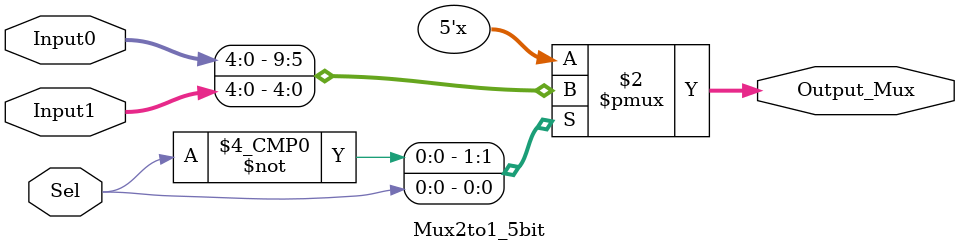
<source format=v>
`timescale 1ns / 1ps

module Mux2to1_5bit(Input0, Input1, Sel, Output_Mux );
	input [4:0]Input0;
	input [4:0]Input1;
	input Sel;
	output reg[4:0]Output_Mux;
	
	// assign Output_Mux = (Sel == 0) ? Input0 : Input1;
	always @(Input0, Input1, Sel)
	begin 
		case(Sel)
			1'b0: Output_Mux = Input0;
			1'b1: Output_Mux = Input1;
			default : Output_Mux = 5'bX;
			endcase
		end
	


endmodule
</source>
